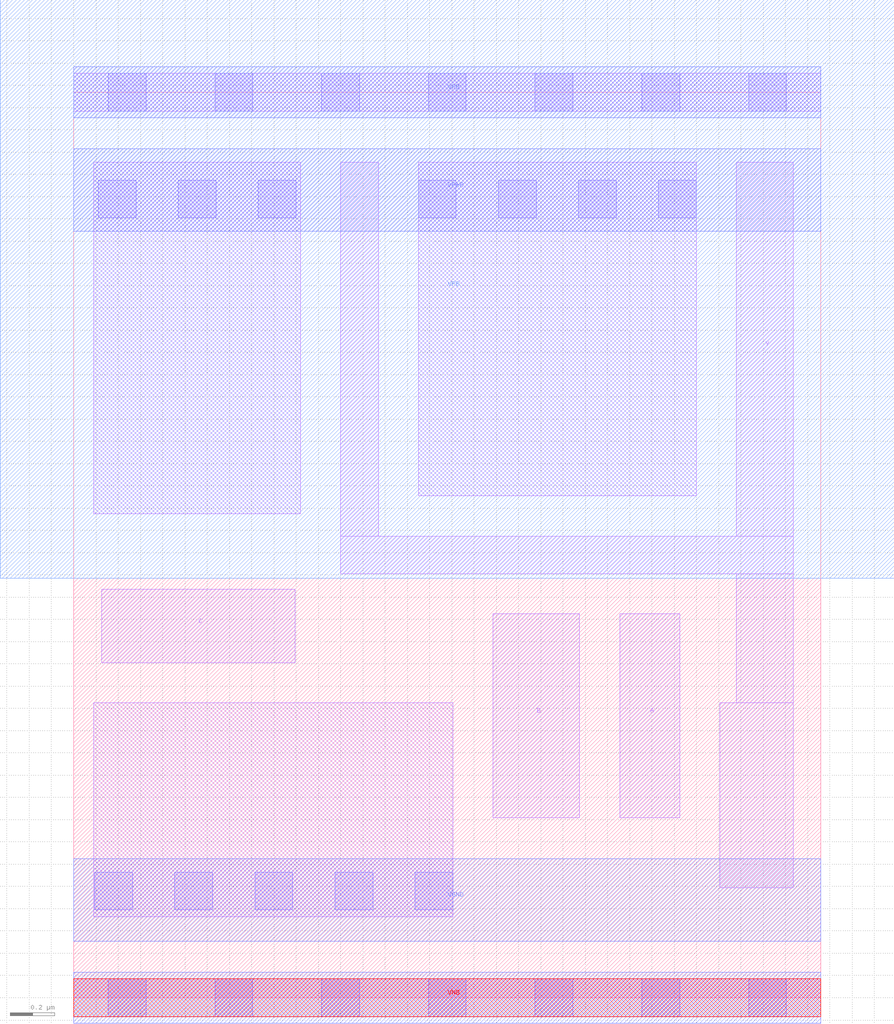
<source format=lef>
# Copyright 2020 The SkyWater PDK Authors
#
# Licensed under the Apache License, Version 2.0 (the "License");
# you may not use this file except in compliance with the License.
# You may obtain a copy of the License at
#
#     https://www.apache.org/licenses/LICENSE-2.0
#
# Unless required by applicable law or agreed to in writing, software
# distributed under the License is distributed on an "AS IS" BASIS,
# WITHOUT WARRANTIES OR CONDITIONS OF ANY KIND, either express or implied.
# See the License for the specific language governing permissions and
# limitations under the License.
#
# SPDX-License-Identifier: Apache-2.0

VERSION 5.7 ;
  NOWIREEXTENSIONATPIN ON ;
  DIVIDERCHAR "/" ;
  BUSBITCHARS "[]" ;
MACRO sky130_fd_sc_hvl__nand3_1
  CLASS CORE ;
  FOREIGN sky130_fd_sc_hvl__nand3_1 ;
  ORIGIN  0.000000  0.000000 ;
  SIZE  3.360000 BY  4.070000 ;
  SYMMETRY X Y ;
  SITE unithv ;
  PIN A
    ANTENNAGATEAREA  1.125000 ;
    DIRECTION INPUT ;
    USE SIGNAL ;
    PORT
      LAYER li1 ;
        RECT 2.455000 0.810000 2.725000 1.725000 ;
    END
  END A
  PIN B
    ANTENNAGATEAREA  1.125000 ;
    DIRECTION INPUT ;
    USE SIGNAL ;
    PORT
      LAYER li1 ;
        RECT 1.885000 0.810000 2.275000 1.725000 ;
    END
  END B
  PIN C
    ANTENNAGATEAREA  1.125000 ;
    DIRECTION INPUT ;
    USE SIGNAL ;
    PORT
      LAYER li1 ;
        RECT 0.125000 1.505000 0.995000 1.835000 ;
    END
  END C
  PIN Y
    ANTENNADIFFAREA  1.065000 ;
    DIRECTION OUTPUT ;
    USE SIGNAL ;
    PORT
      LAYER li1 ;
        RECT 1.200000 1.905000 3.235000 2.075000 ;
        RECT 1.200000 2.075000 1.370000 3.755000 ;
        RECT 2.905000 0.495000 3.235000 1.325000 ;
        RECT 2.980000 1.325000 3.235000 1.905000 ;
        RECT 2.980000 2.075000 3.235000 3.755000 ;
    END
  END Y
  PIN VGND
    DIRECTION INOUT ;
    USE GROUND ;
    PORT
      LAYER met1 ;
        RECT 0.000000 0.255000 3.360000 0.625000 ;
    END
  END VGND
  PIN VNB
    DIRECTION INOUT ;
    USE GROUND ;
    PORT
      LAYER met1 ;
        RECT 0.000000 -0.115000 3.360000 0.115000 ;
      LAYER pwell ;
        RECT 0.000000 -0.085000 3.360000 0.085000 ;
    END
  END VNB
  PIN VPB
    DIRECTION INOUT ;
    USE POWER ;
    PORT
      LAYER met1 ;
        RECT 0.000000 3.955000 3.360000 4.185000 ;
      LAYER nwell ;
        RECT -0.330000 1.885000 3.690000 4.485000 ;
    END
  END VPB
  PIN VPWR
    DIRECTION INOUT ;
    USE POWER ;
    PORT
      LAYER met1 ;
        RECT 0.000000 3.445000 3.360000 3.815000 ;
    END
  END VPWR
  OBS
    LAYER li1 ;
      RECT 0.000000 -0.085000 3.360000 0.085000 ;
      RECT 0.000000  3.985000 3.360000 4.155000 ;
      RECT 0.090000  0.365000 1.705000 1.325000 ;
      RECT 0.090000  2.175000 1.020000 3.755000 ;
      RECT 1.550000  2.255000 2.800000 3.755000 ;
    LAYER mcon ;
      RECT 0.095000  0.395000 0.265000 0.565000 ;
      RECT 0.110000  3.505000 0.280000 3.675000 ;
      RECT 0.155000 -0.085000 0.325000 0.085000 ;
      RECT 0.155000  3.985000 0.325000 4.155000 ;
      RECT 0.455000  0.395000 0.625000 0.565000 ;
      RECT 0.470000  3.505000 0.640000 3.675000 ;
      RECT 0.635000 -0.085000 0.805000 0.085000 ;
      RECT 0.635000  3.985000 0.805000 4.155000 ;
      RECT 0.815000  0.395000 0.985000 0.565000 ;
      RECT 0.830000  3.505000 1.000000 3.675000 ;
      RECT 1.115000 -0.085000 1.285000 0.085000 ;
      RECT 1.115000  3.985000 1.285000 4.155000 ;
      RECT 1.175000  0.395000 1.345000 0.565000 ;
      RECT 1.535000  0.395000 1.705000 0.565000 ;
      RECT 1.550000  3.505000 1.720000 3.675000 ;
      RECT 1.595000 -0.085000 1.765000 0.085000 ;
      RECT 1.595000  3.985000 1.765000 4.155000 ;
      RECT 1.910000  3.505000 2.080000 3.675000 ;
      RECT 2.075000 -0.085000 2.245000 0.085000 ;
      RECT 2.075000  3.985000 2.245000 4.155000 ;
      RECT 2.270000  3.505000 2.440000 3.675000 ;
      RECT 2.555000 -0.085000 2.725000 0.085000 ;
      RECT 2.555000  3.985000 2.725000 4.155000 ;
      RECT 2.630000  3.505000 2.800000 3.675000 ;
      RECT 3.035000 -0.085000 3.205000 0.085000 ;
      RECT 3.035000  3.985000 3.205000 4.155000 ;
  END
END sky130_fd_sc_hvl__nand3_1
END LIBRARY

</source>
